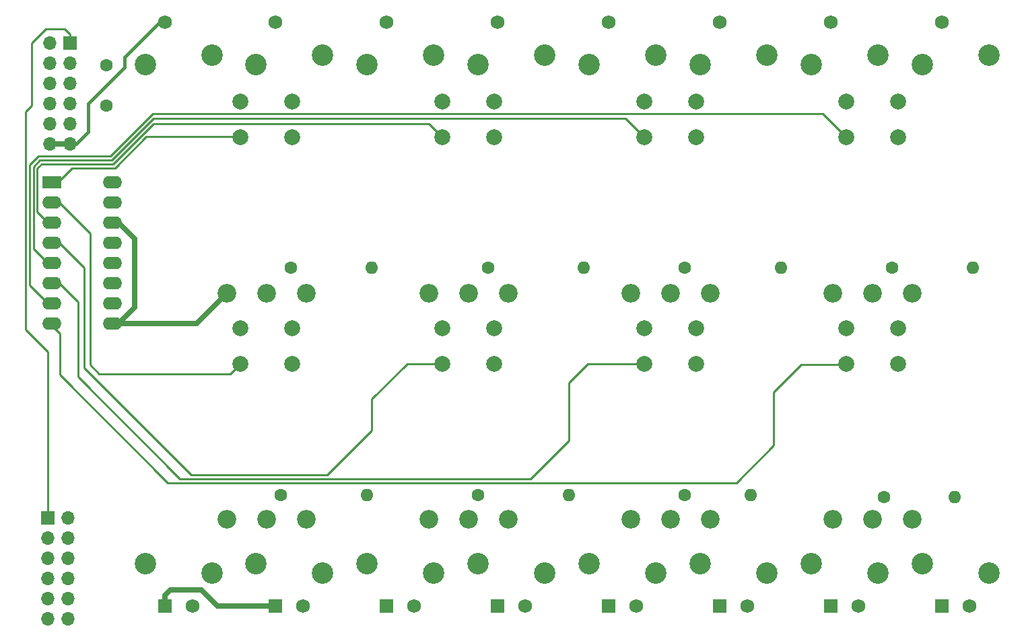
<source format=gbr>
G04 #@! TF.GenerationSoftware,KiCad,Pcbnew,6.0.8-f2edbf62ab~116~ubuntu20.04.1*
G04 #@! TF.CreationDate,2022-11-15T13:28:34+01:00*
G04 #@! TF.ProjectId,controllerBoard,636f6e74-726f-46c6-9c65-72426f617264,3*
G04 #@! TF.SameCoordinates,Original*
G04 #@! TF.FileFunction,Copper,L1,Top*
G04 #@! TF.FilePolarity,Positive*
%FSLAX46Y46*%
G04 Gerber Fmt 4.6, Leading zero omitted, Abs format (unit mm)*
G04 Created by KiCad (PCBNEW 6.0.8-f2edbf62ab~116~ubuntu20.04.1) date 2022-11-15 13:28:34*
%MOMM*%
%LPD*%
G01*
G04 APERTURE LIST*
G04 #@! TA.AperFunction,ComponentPad*
%ADD10O,1.600000X1.600000*%
G04 #@! TD*
G04 #@! TA.AperFunction,ComponentPad*
%ADD11C,1.600000*%
G04 #@! TD*
G04 #@! TA.AperFunction,ComponentPad*
%ADD12C,2.340000*%
G04 #@! TD*
G04 #@! TA.AperFunction,ComponentPad*
%ADD13R,1.750000X1.750000*%
G04 #@! TD*
G04 #@! TA.AperFunction,ComponentPad*
%ADD14C,1.750000*%
G04 #@! TD*
G04 #@! TA.AperFunction,ComponentPad*
%ADD15C,2.700000*%
G04 #@! TD*
G04 #@! TA.AperFunction,ComponentPad*
%ADD16C,2.000000*%
G04 #@! TD*
G04 #@! TA.AperFunction,ComponentPad*
%ADD17R,1.700000X1.700000*%
G04 #@! TD*
G04 #@! TA.AperFunction,ComponentPad*
%ADD18O,1.700000X1.700000*%
G04 #@! TD*
G04 #@! TA.AperFunction,ComponentPad*
%ADD19R,2.400000X1.600000*%
G04 #@! TD*
G04 #@! TA.AperFunction,ComponentPad*
%ADD20O,2.400000X1.600000*%
G04 #@! TD*
G04 #@! TA.AperFunction,Conductor*
%ADD21C,0.250000*%
G04 #@! TD*
G04 #@! TA.AperFunction,Conductor*
%ADD22C,0.450000*%
G04 #@! TD*
G04 #@! TA.AperFunction,Conductor*
%ADD23C,0.650000*%
G04 #@! TD*
G04 APERTURE END LIST*
D10*
X86995000Y-53975000D03*
D11*
X76835000Y-53975000D03*
D10*
X113665000Y-53975000D03*
D11*
X101600000Y-53975000D03*
D10*
X138430000Y-53975000D03*
D11*
X126365000Y-53975000D03*
D10*
X162560000Y-53975000D03*
D11*
X152400000Y-53975000D03*
D12*
X78740000Y-57150000D03*
X73740000Y-57150000D03*
X68740000Y-57150000D03*
X104140000Y-85598000D03*
X99140000Y-85598000D03*
X94140000Y-85598000D03*
X129540000Y-57150000D03*
X124540000Y-57150000D03*
X119540000Y-57150000D03*
X129540000Y-85598000D03*
X124540000Y-85598000D03*
X119540000Y-85598000D03*
X154940000Y-85598000D03*
X149940000Y-85598000D03*
X144940000Y-85598000D03*
D11*
X75565000Y-82550000D03*
D10*
X86360000Y-82550000D03*
D11*
X126365000Y-82550000D03*
D10*
X134620000Y-82550000D03*
D13*
X116750000Y-96520000D03*
D14*
X120250000Y-96520000D03*
X116750000Y-23020000D03*
D15*
X114300000Y-91170000D03*
X114300000Y-28370000D03*
X122700000Y-27170000D03*
X122700000Y-92370000D03*
D13*
X130720000Y-96520000D03*
D14*
X134220000Y-96520000D03*
X130720000Y-23020000D03*
D15*
X128270000Y-28370000D03*
X136670000Y-27170000D03*
X128270000Y-91170000D03*
X136670000Y-92370000D03*
D13*
X144690000Y-96520000D03*
D14*
X148190000Y-96520000D03*
X144690000Y-23020000D03*
D15*
X150640000Y-27170000D03*
X142240000Y-28370000D03*
X150640000Y-92370000D03*
X142240000Y-91170000D03*
D16*
X95862000Y-61540000D03*
X102362000Y-61540000D03*
X95862000Y-66040000D03*
X102362000Y-66040000D03*
X121285000Y-61595000D03*
X127785000Y-61595000D03*
X127785000Y-66095000D03*
X121285000Y-66095000D03*
X153162000Y-61595000D03*
X146662000Y-61595000D03*
X153162000Y-66095000D03*
X146662000Y-66095000D03*
X121262000Y-33020000D03*
X127762000Y-33020000D03*
X121262000Y-37520000D03*
X127762000Y-37520000D03*
D12*
X154940000Y-57150000D03*
X149940000Y-57150000D03*
X144940000Y-57150000D03*
D17*
X49022000Y-25654000D03*
D18*
X46482000Y-25654000D03*
X49022000Y-28194000D03*
X46482000Y-28194000D03*
X49022000Y-30734000D03*
X46482000Y-30734000D03*
X49022000Y-33274000D03*
X46482000Y-33274000D03*
X49022000Y-35814000D03*
X46482000Y-35814000D03*
X49022000Y-38354000D03*
X46482000Y-38354000D03*
D17*
X46228000Y-85471000D03*
D18*
X48768000Y-85471000D03*
X46228000Y-88011000D03*
X48768000Y-88011000D03*
X46228000Y-90551000D03*
X48768000Y-90551000D03*
X46228000Y-93091000D03*
X48768000Y-93091000D03*
X46228000Y-95631000D03*
X48768000Y-95631000D03*
X46228000Y-98171000D03*
X48768000Y-98171000D03*
D16*
X70462000Y-33020000D03*
X76962000Y-33020000D03*
X70462000Y-37520000D03*
X76962000Y-37520000D03*
X76962000Y-61540000D03*
X70462000Y-61540000D03*
X76962000Y-66040000D03*
X70462000Y-66040000D03*
X95862000Y-33020000D03*
X102362000Y-33020000D03*
X95862000Y-37520000D03*
X102362000Y-37520000D03*
X146662000Y-33020000D03*
X153162000Y-33020000D03*
X153162000Y-37520000D03*
X146662000Y-37520000D03*
D11*
X53594000Y-33528000D03*
X53594000Y-28448000D03*
D13*
X60960000Y-96520000D03*
D14*
X64460000Y-96520000D03*
X60960000Y-23020000D03*
D15*
X66910000Y-27170000D03*
X66910000Y-92370000D03*
X58510000Y-28370000D03*
X58510000Y-91170000D03*
D12*
X104140000Y-57150000D03*
X99140000Y-57150000D03*
X94140000Y-57150000D03*
X78740000Y-85598000D03*
X73740000Y-85598000D03*
X68740000Y-85598000D03*
D13*
X158660000Y-96520000D03*
D14*
X162160000Y-96520000D03*
X158660000Y-23020000D03*
D15*
X156210000Y-91170000D03*
X164610000Y-27170000D03*
X156210000Y-28370000D03*
X164610000Y-92370000D03*
D13*
X88810000Y-96520000D03*
D14*
X92310000Y-96520000D03*
X88810000Y-23020000D03*
D15*
X86360000Y-28370000D03*
X94760000Y-27170000D03*
X86360000Y-91170000D03*
X94760000Y-92370000D03*
D11*
X151384000Y-82804000D03*
D10*
X160274000Y-82804000D03*
D11*
X100330000Y-82550000D03*
D10*
X111760000Y-82550000D03*
D13*
X102780000Y-96520000D03*
D14*
X106280000Y-96520000D03*
X102780000Y-23020000D03*
D15*
X108730000Y-92370000D03*
X100330000Y-28370000D03*
X108730000Y-27170000D03*
X100330000Y-91170000D03*
D19*
X46736000Y-43180000D03*
D20*
X46736000Y-45720000D03*
X46736000Y-48260000D03*
X46736000Y-50800000D03*
X46736000Y-53340000D03*
X46736000Y-55880000D03*
X46736000Y-58420000D03*
X46736000Y-60960000D03*
X54356000Y-60960000D03*
X54356000Y-58420000D03*
X54356000Y-55880000D03*
X54356000Y-53340000D03*
X54356000Y-50800000D03*
X54356000Y-48260000D03*
X54356000Y-45720000D03*
X54356000Y-43180000D03*
D13*
X74840000Y-96520000D03*
D14*
X78340000Y-96520000D03*
X74840000Y-23020000D03*
D15*
X72390000Y-28370000D03*
X80790000Y-27170000D03*
X72390000Y-91170000D03*
X80790000Y-92370000D03*
D21*
X43434000Y-61722000D02*
X46228000Y-64516000D01*
X44196000Y-25654000D02*
X44196000Y-33528000D01*
X46228000Y-64516000D02*
X46228000Y-85471000D01*
X43434000Y-34290000D02*
X43434000Y-61722000D01*
X45974000Y-23876000D02*
X44196000Y-25654000D01*
X49022000Y-25654000D02*
X49022000Y-24554000D01*
X49022000Y-24554000D02*
X48344000Y-23876000D01*
X48344000Y-23876000D02*
X45974000Y-23876000D01*
X44196000Y-33528000D02*
X43434000Y-34290000D01*
D22*
X49784000Y-38354000D02*
X51308000Y-36830000D01*
X60960000Y-23020000D02*
X60546000Y-23020000D01*
X55880000Y-28702000D02*
X55880000Y-27432000D01*
X51308000Y-33274000D02*
X55880000Y-28702000D01*
X55880000Y-27432000D02*
X60292000Y-23020000D01*
X60292000Y-23020000D02*
X60960000Y-23020000D01*
X51308000Y-36830000D02*
X51308000Y-33274000D01*
D23*
X46482000Y-38354000D02*
X49022000Y-38354000D01*
X57150000Y-58928000D02*
X55118000Y-60960000D01*
X61667000Y-94488000D02*
X65532000Y-94488000D01*
X55118000Y-60960000D02*
X64930000Y-60960000D01*
X60960000Y-96520000D02*
X60960000Y-95195000D01*
X64930000Y-60960000D02*
X68740000Y-57150000D01*
X60960000Y-95195000D02*
X61667000Y-94488000D01*
X53848000Y-48260000D02*
X55118000Y-48260000D01*
X57150000Y-50292000D02*
X57150000Y-58928000D01*
X65532000Y-94488000D02*
X67564000Y-96520000D01*
X67564000Y-96520000D02*
X74840000Y-96520000D01*
X55118000Y-48260000D02*
X57150000Y-50292000D01*
D21*
X54699360Y-41402000D02*
X49276000Y-41402000D01*
X47498000Y-43180000D02*
X46228000Y-43180000D01*
X69850000Y-37520000D02*
X69795000Y-37465000D01*
X58636360Y-37465000D02*
X54699360Y-41402000D01*
X69795000Y-37465000D02*
X58636360Y-37465000D01*
X49276000Y-41402000D02*
X47498000Y-43180000D01*
X52705000Y-67310000D02*
X51562000Y-66167000D01*
X51562000Y-49604000D02*
X47678000Y-45720000D01*
X47678000Y-45720000D02*
X46228000Y-45720000D01*
X51562000Y-66167000D02*
X51562000Y-49604000D01*
X70462000Y-66040000D02*
X69192000Y-67310000D01*
X69192000Y-67310000D02*
X52705000Y-67310000D01*
X44934033Y-46966033D02*
X46228000Y-48260000D01*
X45465998Y-40894002D02*
X44934033Y-41425967D01*
X54500238Y-40894002D02*
X45465998Y-40894002D01*
X95862000Y-37520000D02*
X94156000Y-35814000D01*
X59580242Y-35814000D02*
X54500238Y-40894002D01*
X44934033Y-41425967D02*
X44934033Y-46966033D01*
X94156000Y-35814000D02*
X59580242Y-35814000D01*
X47678000Y-50800000D02*
X46228000Y-50800000D01*
X50800000Y-53922000D02*
X47678000Y-50800000D01*
X81407000Y-80010000D02*
X64262000Y-80010000D01*
X86995000Y-70485000D02*
X86995000Y-74422000D01*
X64262000Y-80010000D02*
X50800000Y-66548000D01*
X91440000Y-66040000D02*
X86995000Y-70485000D01*
X86995000Y-74422000D02*
X81407000Y-80010000D01*
X95862000Y-66040000D02*
X91440000Y-66040000D01*
X50800000Y-66548000D02*
X50800000Y-53922000D01*
X54293127Y-40393991D02*
X45258887Y-40393991D01*
X44434022Y-51546022D02*
X46228000Y-53340000D01*
X121262000Y-37520000D02*
X118921000Y-35179000D01*
X45258887Y-40393991D02*
X44434022Y-41218856D01*
X44434022Y-41218856D02*
X44434022Y-51546022D01*
X118921000Y-35179000D02*
X59508120Y-35179000D01*
X59508120Y-35179000D02*
X54293127Y-40393991D01*
X114118000Y-66095000D02*
X111760000Y-68453000D01*
X121285000Y-66095000D02*
X114118000Y-66095000D01*
X111760000Y-75692000D02*
X106926011Y-80525989D01*
X50038000Y-67691000D02*
X50038000Y-58240000D01*
X111760000Y-68453000D02*
X111760000Y-75692000D01*
X47678000Y-55880000D02*
X46228000Y-55880000D01*
X62872989Y-80525989D02*
X50038000Y-67691000D01*
X106926011Y-80525989D02*
X62872989Y-80525989D01*
X50038000Y-58240000D02*
X47678000Y-55880000D01*
X45051776Y-39893980D02*
X43934011Y-41011745D01*
X143686000Y-34544000D02*
X59435997Y-34544000D01*
X146662000Y-37520000D02*
X143686000Y-34544000D01*
X54086016Y-39893980D02*
X45051776Y-39893980D01*
X43934011Y-56126011D02*
X46228000Y-58420000D01*
X59435997Y-34544000D02*
X54086016Y-39893980D01*
X43934011Y-41011745D02*
X43934011Y-56126011D01*
X47752000Y-64516000D02*
X47752000Y-64262000D01*
X140970000Y-66167000D02*
X137541000Y-69596000D01*
X137541000Y-69596000D02*
X137541000Y-76327000D01*
X47752000Y-67437000D02*
X47752000Y-65278000D01*
X132842000Y-81026000D02*
X61341000Y-81026000D01*
X61341000Y-81026000D02*
X47752000Y-67437000D01*
X47752000Y-64262000D02*
X47752000Y-62230000D01*
X47752000Y-62230000D02*
X46482000Y-60960000D01*
X47752000Y-65278000D02*
X47752000Y-64262000D01*
X146590000Y-66167000D02*
X140970000Y-66167000D01*
X46482000Y-60960000D02*
X46228000Y-60960000D01*
X146662000Y-66095000D02*
X146590000Y-66167000D01*
X137541000Y-76327000D02*
X132842000Y-81026000D01*
M02*

</source>
